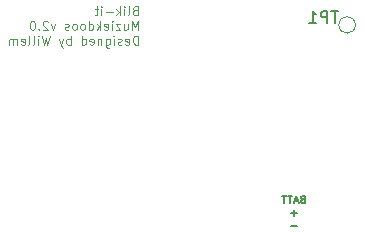
<source format=gbr>
%TF.GenerationSoftware,KiCad,Pcbnew,(5.1.9-0-10_14)*%
%TF.CreationDate,2021-10-29T13:13:03+02:00*%
%TF.ProjectId,Leo_muziekdoos,4c656f5f-6d75-47a6-9965-6b646f6f732e,rev?*%
%TF.SameCoordinates,Original*%
%TF.FileFunction,Legend,Bot*%
%TF.FilePolarity,Positive*%
%FSLAX46Y46*%
G04 Gerber Fmt 4.6, Leading zero omitted, Abs format (unit mm)*
G04 Created by KiCad (PCBNEW (5.1.9-0-10_14)) date 2021-10-29 13:13:03*
%MOMM*%
%LPD*%
G01*
G04 APERTURE LIST*
%ADD10C,0.127000*%
%ADD11C,0.101600*%
%ADD12C,0.120000*%
%ADD13C,0.150000*%
%ADD14C,0.800000*%
%ADD15C,1.000000*%
%ADD16O,1.000000X1.000000*%
%ADD17R,1.000000X1.000000*%
%ADD18C,3.000000*%
%ADD19R,1.800000X2.000000*%
%ADD20O,2.150000X1.300000*%
%ADD21C,0.550000*%
G04 APERTURE END LIST*
D10*
X75869195Y-87546542D02*
X75778480Y-87576780D01*
X75748242Y-87607019D01*
X75718004Y-87667495D01*
X75718004Y-87758209D01*
X75748242Y-87818685D01*
X75778480Y-87848923D01*
X75838957Y-87879161D01*
X76080861Y-87879161D01*
X76080861Y-87244161D01*
X75869195Y-87244161D01*
X75808719Y-87274400D01*
X75778480Y-87304638D01*
X75748242Y-87365114D01*
X75748242Y-87425590D01*
X75778480Y-87486066D01*
X75808719Y-87516304D01*
X75869195Y-87546542D01*
X76080861Y-87546542D01*
X75476100Y-87697733D02*
X75173719Y-87697733D01*
X75536576Y-87879161D02*
X75324909Y-87244161D01*
X75113242Y-87879161D01*
X74992290Y-87244161D02*
X74629433Y-87244161D01*
X74810861Y-87879161D02*
X74810861Y-87244161D01*
X74508480Y-87244161D02*
X74145623Y-87244161D01*
X74327052Y-87879161D02*
X74327052Y-87244161D01*
X75400504Y-88716757D02*
X74916695Y-88716757D01*
X75158600Y-88958661D02*
X75158600Y-88474852D01*
X75400504Y-89796257D02*
X74916695Y-89796257D01*
D11*
X61658531Y-71570971D02*
X61549674Y-71607257D01*
X61513388Y-71643542D01*
X61477102Y-71716114D01*
X61477102Y-71824971D01*
X61513388Y-71897542D01*
X61549674Y-71933828D01*
X61622245Y-71970114D01*
X61912531Y-71970114D01*
X61912531Y-71208114D01*
X61658531Y-71208114D01*
X61585960Y-71244400D01*
X61549674Y-71280685D01*
X61513388Y-71353257D01*
X61513388Y-71425828D01*
X61549674Y-71498400D01*
X61585960Y-71534685D01*
X61658531Y-71570971D01*
X61912531Y-71570971D01*
X61041674Y-71970114D02*
X61114245Y-71933828D01*
X61150531Y-71861257D01*
X61150531Y-71208114D01*
X60751388Y-71970114D02*
X60751388Y-71462114D01*
X60751388Y-71208114D02*
X60787674Y-71244400D01*
X60751388Y-71280685D01*
X60715102Y-71244400D01*
X60751388Y-71208114D01*
X60751388Y-71280685D01*
X60388531Y-71970114D02*
X60388531Y-71208114D01*
X60315960Y-71679828D02*
X60098245Y-71970114D01*
X60098245Y-71462114D02*
X60388531Y-71752400D01*
X59771674Y-71679828D02*
X59191102Y-71679828D01*
X58828245Y-71970114D02*
X58828245Y-71462114D01*
X58828245Y-71208114D02*
X58864531Y-71244400D01*
X58828245Y-71280685D01*
X58791960Y-71244400D01*
X58828245Y-71208114D01*
X58828245Y-71280685D01*
X58574245Y-71462114D02*
X58283960Y-71462114D01*
X58465388Y-71208114D02*
X58465388Y-71861257D01*
X58429102Y-71933828D01*
X58356531Y-71970114D01*
X58283960Y-71970114D01*
X61912531Y-73214714D02*
X61912531Y-72452714D01*
X61658531Y-72997000D01*
X61404531Y-72452714D01*
X61404531Y-73214714D01*
X60715102Y-72706714D02*
X60715102Y-73214714D01*
X61041674Y-72706714D02*
X61041674Y-73105857D01*
X61005388Y-73178428D01*
X60932817Y-73214714D01*
X60823959Y-73214714D01*
X60751388Y-73178428D01*
X60715102Y-73142142D01*
X60424817Y-72706714D02*
X60025674Y-72706714D01*
X60424817Y-73214714D01*
X60025674Y-73214714D01*
X59735388Y-73214714D02*
X59735388Y-72706714D01*
X59735388Y-72452714D02*
X59771674Y-72489000D01*
X59735388Y-72525285D01*
X59699102Y-72489000D01*
X59735388Y-72452714D01*
X59735388Y-72525285D01*
X59082245Y-73178428D02*
X59154817Y-73214714D01*
X59299960Y-73214714D01*
X59372531Y-73178428D01*
X59408817Y-73105857D01*
X59408817Y-72815571D01*
X59372531Y-72743000D01*
X59299960Y-72706714D01*
X59154817Y-72706714D01*
X59082245Y-72743000D01*
X59045960Y-72815571D01*
X59045960Y-72888142D01*
X59408817Y-72960714D01*
X58719388Y-73214714D02*
X58719388Y-72452714D01*
X58646817Y-72924428D02*
X58429102Y-73214714D01*
X58429102Y-72706714D02*
X58719388Y-72997000D01*
X57775960Y-73214714D02*
X57775960Y-72452714D01*
X57775960Y-73178428D02*
X57848531Y-73214714D01*
X57993674Y-73214714D01*
X58066245Y-73178428D01*
X58102531Y-73142142D01*
X58138817Y-73069571D01*
X58138817Y-72851857D01*
X58102531Y-72779285D01*
X58066245Y-72743000D01*
X57993674Y-72706714D01*
X57848531Y-72706714D01*
X57775960Y-72743000D01*
X57304245Y-73214714D02*
X57376817Y-73178428D01*
X57413102Y-73142142D01*
X57449388Y-73069571D01*
X57449388Y-72851857D01*
X57413102Y-72779285D01*
X57376817Y-72743000D01*
X57304245Y-72706714D01*
X57195388Y-72706714D01*
X57122817Y-72743000D01*
X57086531Y-72779285D01*
X57050245Y-72851857D01*
X57050245Y-73069571D01*
X57086531Y-73142142D01*
X57122817Y-73178428D01*
X57195388Y-73214714D01*
X57304245Y-73214714D01*
X56614817Y-73214714D02*
X56687388Y-73178428D01*
X56723674Y-73142142D01*
X56759960Y-73069571D01*
X56759960Y-72851857D01*
X56723674Y-72779285D01*
X56687388Y-72743000D01*
X56614817Y-72706714D01*
X56505960Y-72706714D01*
X56433388Y-72743000D01*
X56397102Y-72779285D01*
X56360817Y-72851857D01*
X56360817Y-73069571D01*
X56397102Y-73142142D01*
X56433388Y-73178428D01*
X56505960Y-73214714D01*
X56614817Y-73214714D01*
X56070531Y-73178428D02*
X55997960Y-73214714D01*
X55852817Y-73214714D01*
X55780245Y-73178428D01*
X55743960Y-73105857D01*
X55743960Y-73069571D01*
X55780245Y-72997000D01*
X55852817Y-72960714D01*
X55961674Y-72960714D01*
X56034245Y-72924428D01*
X56070531Y-72851857D01*
X56070531Y-72815571D01*
X56034245Y-72743000D01*
X55961674Y-72706714D01*
X55852817Y-72706714D01*
X55780245Y-72743000D01*
X54909388Y-72706714D02*
X54727960Y-73214714D01*
X54546531Y-72706714D01*
X54292531Y-72525285D02*
X54256245Y-72489000D01*
X54183674Y-72452714D01*
X54002245Y-72452714D01*
X53929674Y-72489000D01*
X53893388Y-72525285D01*
X53857102Y-72597857D01*
X53857102Y-72670428D01*
X53893388Y-72779285D01*
X54328817Y-73214714D01*
X53857102Y-73214714D01*
X53530531Y-73142142D02*
X53494245Y-73178428D01*
X53530531Y-73214714D01*
X53566817Y-73178428D01*
X53530531Y-73142142D01*
X53530531Y-73214714D01*
X53022531Y-72452714D02*
X52949960Y-72452714D01*
X52877388Y-72489000D01*
X52841102Y-72525285D01*
X52804817Y-72597857D01*
X52768531Y-72743000D01*
X52768531Y-72924428D01*
X52804817Y-73069571D01*
X52841102Y-73142142D01*
X52877388Y-73178428D01*
X52949960Y-73214714D01*
X53022531Y-73214714D01*
X53095102Y-73178428D01*
X53131388Y-73142142D01*
X53167674Y-73069571D01*
X53203960Y-72924428D01*
X53203960Y-72743000D01*
X53167674Y-72597857D01*
X53131388Y-72525285D01*
X53095102Y-72489000D01*
X53022531Y-72452714D01*
X61912531Y-74459314D02*
X61912531Y-73697314D01*
X61731102Y-73697314D01*
X61622245Y-73733600D01*
X61549674Y-73806171D01*
X61513388Y-73878742D01*
X61477102Y-74023885D01*
X61477102Y-74132742D01*
X61513388Y-74277885D01*
X61549674Y-74350457D01*
X61622245Y-74423028D01*
X61731102Y-74459314D01*
X61912531Y-74459314D01*
X60860245Y-74423028D02*
X60932817Y-74459314D01*
X61077960Y-74459314D01*
X61150531Y-74423028D01*
X61186817Y-74350457D01*
X61186817Y-74060171D01*
X61150531Y-73987600D01*
X61077960Y-73951314D01*
X60932817Y-73951314D01*
X60860245Y-73987600D01*
X60823960Y-74060171D01*
X60823960Y-74132742D01*
X61186817Y-74205314D01*
X60533674Y-74423028D02*
X60461102Y-74459314D01*
X60315960Y-74459314D01*
X60243388Y-74423028D01*
X60207102Y-74350457D01*
X60207102Y-74314171D01*
X60243388Y-74241600D01*
X60315960Y-74205314D01*
X60424817Y-74205314D01*
X60497388Y-74169028D01*
X60533674Y-74096457D01*
X60533674Y-74060171D01*
X60497388Y-73987600D01*
X60424817Y-73951314D01*
X60315960Y-73951314D01*
X60243388Y-73987600D01*
X59880531Y-74459314D02*
X59880531Y-73951314D01*
X59880531Y-73697314D02*
X59916817Y-73733600D01*
X59880531Y-73769885D01*
X59844245Y-73733600D01*
X59880531Y-73697314D01*
X59880531Y-73769885D01*
X59191102Y-73951314D02*
X59191102Y-74568171D01*
X59227388Y-74640742D01*
X59263674Y-74677028D01*
X59336245Y-74713314D01*
X59445102Y-74713314D01*
X59517674Y-74677028D01*
X59191102Y-74423028D02*
X59263674Y-74459314D01*
X59408817Y-74459314D01*
X59481388Y-74423028D01*
X59517674Y-74386742D01*
X59553960Y-74314171D01*
X59553960Y-74096457D01*
X59517674Y-74023885D01*
X59481388Y-73987600D01*
X59408817Y-73951314D01*
X59263674Y-73951314D01*
X59191102Y-73987600D01*
X58828245Y-73951314D02*
X58828245Y-74459314D01*
X58828245Y-74023885D02*
X58791960Y-73987600D01*
X58719388Y-73951314D01*
X58610531Y-73951314D01*
X58537960Y-73987600D01*
X58501674Y-74060171D01*
X58501674Y-74459314D01*
X57848531Y-74423028D02*
X57921102Y-74459314D01*
X58066245Y-74459314D01*
X58138817Y-74423028D01*
X58175102Y-74350457D01*
X58175102Y-74060171D01*
X58138817Y-73987600D01*
X58066245Y-73951314D01*
X57921102Y-73951314D01*
X57848531Y-73987600D01*
X57812245Y-74060171D01*
X57812245Y-74132742D01*
X58175102Y-74205314D01*
X57159102Y-74459314D02*
X57159102Y-73697314D01*
X57159102Y-74423028D02*
X57231674Y-74459314D01*
X57376817Y-74459314D01*
X57449388Y-74423028D01*
X57485674Y-74386742D01*
X57521960Y-74314171D01*
X57521960Y-74096457D01*
X57485674Y-74023885D01*
X57449388Y-73987600D01*
X57376817Y-73951314D01*
X57231674Y-73951314D01*
X57159102Y-73987600D01*
X56215674Y-74459314D02*
X56215674Y-73697314D01*
X56215674Y-73987600D02*
X56143102Y-73951314D01*
X55997960Y-73951314D01*
X55925388Y-73987600D01*
X55889102Y-74023885D01*
X55852817Y-74096457D01*
X55852817Y-74314171D01*
X55889102Y-74386742D01*
X55925388Y-74423028D01*
X55997960Y-74459314D01*
X56143102Y-74459314D01*
X56215674Y-74423028D01*
X55598817Y-73951314D02*
X55417388Y-74459314D01*
X55235960Y-73951314D02*
X55417388Y-74459314D01*
X55489960Y-74640742D01*
X55526245Y-74677028D01*
X55598817Y-74713314D01*
X54437674Y-73697314D02*
X54256245Y-74459314D01*
X54111102Y-73915028D01*
X53965960Y-74459314D01*
X53784531Y-73697314D01*
X53494245Y-74459314D02*
X53494245Y-73951314D01*
X53494245Y-73697314D02*
X53530531Y-73733600D01*
X53494245Y-73769885D01*
X53457960Y-73733600D01*
X53494245Y-73697314D01*
X53494245Y-73769885D01*
X53022531Y-74459314D02*
X53095102Y-74423028D01*
X53131388Y-74350457D01*
X53131388Y-73697314D01*
X52623388Y-74459314D02*
X52695960Y-74423028D01*
X52732245Y-74350457D01*
X52732245Y-73697314D01*
X52042817Y-74423028D02*
X52115388Y-74459314D01*
X52260531Y-74459314D01*
X52333102Y-74423028D01*
X52369388Y-74350457D01*
X52369388Y-74060171D01*
X52333102Y-73987600D01*
X52260531Y-73951314D01*
X52115388Y-73951314D01*
X52042817Y-73987600D01*
X52006531Y-74060171D01*
X52006531Y-74132742D01*
X52369388Y-74205314D01*
X51679960Y-74459314D02*
X51679960Y-73951314D01*
X51679960Y-74023885D02*
X51643674Y-73987600D01*
X51571102Y-73951314D01*
X51462245Y-73951314D01*
X51389674Y-73987600D01*
X51353388Y-74060171D01*
X51353388Y-74459314D01*
X51353388Y-74060171D02*
X51317102Y-73987600D01*
X51244531Y-73951314D01*
X51135674Y-73951314D01*
X51063102Y-73987600D01*
X51026817Y-74060171D01*
X51026817Y-74459314D01*
D12*
%TO.C,TP1*%
X80329000Y-72796400D02*
G75*
G03*
X80329000Y-72796400I-700000J0D01*
G01*
D13*
X78858904Y-71613780D02*
X78287476Y-71613780D01*
X78573190Y-72613780D02*
X78573190Y-71613780D01*
X77954142Y-72613780D02*
X77954142Y-71613780D01*
X77573190Y-71613780D01*
X77477952Y-71661400D01*
X77430333Y-71709019D01*
X77382714Y-71804257D01*
X77382714Y-71947114D01*
X77430333Y-72042352D01*
X77477952Y-72089971D01*
X77573190Y-72137590D01*
X77954142Y-72137590D01*
X76430333Y-72613780D02*
X77001761Y-72613780D01*
X76716047Y-72613780D02*
X76716047Y-71613780D01*
X76811285Y-71756638D01*
X76906523Y-71851876D01*
X77001761Y-71899495D01*
%TD*%
%LPC*%
D14*
%TO.C,SW1*%
X55890000Y-65836800D03*
%TD*%
D15*
%TO.C,TP1*%
X79629000Y-72796400D03*
%TD*%
D16*
%TO.C,J3*%
X77762100Y-66548000D03*
D17*
X79032100Y-66548000D03*
%TD*%
D16*
%TO.C,J1*%
X73952100Y-89928700D03*
D17*
X73952100Y-88658700D03*
%TD*%
D18*
%TO.C,M2*%
X82397600Y-88696800D03*
%TD*%
D16*
%TO.C,J4*%
X52311300Y-65074800D03*
D17*
X52311300Y-66344800D03*
%TD*%
D19*
%TO.C,J2*%
X78704200Y-84495800D03*
D20*
X81864200Y-84295800D03*
D19*
X78704200Y-76895800D03*
D20*
X81864200Y-77095800D03*
D21*
X79714200Y-82695800D03*
X79714200Y-78695800D03*
%TD*%
D18*
%TO.C,M1*%
X69450000Y-65370000D03*
%TD*%
M02*

</source>
